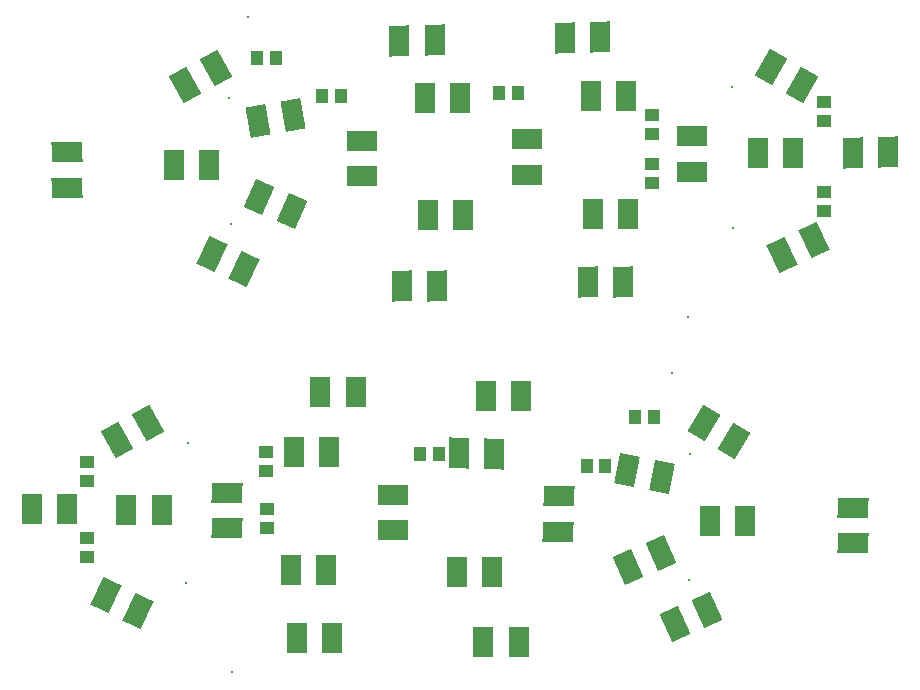
<source format=gts>
G04 Layer_Color=8388736*
%FSLAX44Y44*%
%MOMM*%
G71*
G01*
G75*
%ADD36R,1.7032X2.6032*%
G04:AMPARAMS|DCode=37|XSize=2.6032mm|YSize=1.7032mm|CornerRadius=0mm|HoleSize=0mm|Usage=FLASHONLY|Rotation=179.000|XOffset=0mm|YOffset=0mm|HoleType=Round|Shape=Rectangle|*
%AMROTATEDRECTD37*
4,1,4,1.3163,0.8288,1.2865,-0.8742,-1.3163,-0.8288,-1.2865,0.8742,1.3163,0.8288,0.0*
%
%ADD37ROTATEDRECTD37*%

%ADD38R,1.3032X1.1032*%
%ADD39R,2.6032X1.7032*%
%ADD40R,1.1032X1.3032*%
G04:AMPARAMS|DCode=41|XSize=2.6032mm|YSize=1.7032mm|CornerRadius=0mm|HoleSize=0mm|Usage=FLASHONLY|Rotation=119.000|XOffset=0mm|YOffset=0mm|HoleType=Round|Shape=Rectangle|*
%AMROTATEDRECTD41*
4,1,4,1.3759,-0.7255,-0.1138,-1.5513,-1.3759,0.7255,0.1138,1.5513,1.3759,-0.7255,0.0*
%
%ADD41ROTATEDRECTD41*%

G04:AMPARAMS|DCode=42|XSize=2.6032mm|YSize=1.7032mm|CornerRadius=0mm|HoleSize=0mm|Usage=FLASHONLY|Rotation=294.500|XOffset=0mm|YOffset=0mm|HoleType=Round|Shape=Rectangle|*
%AMROTATEDRECTD42*
4,1,4,-1.3147,0.8313,0.2352,1.5376,1.3147,-0.8313,-0.2352,-1.5376,-1.3147,0.8313,0.0*
%
%ADD42ROTATEDRECTD42*%

G04:AMPARAMS|DCode=43|XSize=2.6032mm|YSize=1.7032mm|CornerRadius=0mm|HoleSize=0mm|Usage=FLASHONLY|Rotation=89.500|XOffset=0mm|YOffset=0mm|HoleType=Round|Shape=Rectangle|*
%AMROTATEDRECTD43*
4,1,4,0.8402,-1.3090,-0.8629,-1.2941,-0.8402,1.3090,0.8629,1.2941,0.8402,-1.3090,0.0*
%
%ADD43ROTATEDRECTD43*%

G04:AMPARAMS|DCode=44|XSize=2.6032mm|YSize=1.7032mm|CornerRadius=0mm|HoleSize=0mm|Usage=FLASHONLY|Rotation=64.000|XOffset=0mm|YOffset=0mm|HoleType=Round|Shape=Rectangle|*
%AMROTATEDRECTD44*
4,1,4,0.1948,-1.5432,-1.3360,-0.7965,-0.1948,1.5432,1.3360,0.7965,0.1948,-1.5432,0.0*
%
%ADD44ROTATEDRECTD44*%

G04:AMPARAMS|DCode=45|XSize=2.6032mm|YSize=1.7032mm|CornerRadius=0mm|HoleSize=0mm|Usage=FLASHONLY|Rotation=59.000|XOffset=0mm|YOffset=0mm|HoleType=Round|Shape=Rectangle|*
%AMROTATEDRECTD45*
4,1,4,0.0596,-1.5543,-1.4003,-0.6771,-0.0596,1.5543,1.4003,0.6771,0.0596,-1.5543,0.0*
%
%ADD45ROTATEDRECTD45*%

G04:AMPARAMS|DCode=46|XSize=2.6032mm|YSize=1.7032mm|CornerRadius=0mm|HoleSize=0mm|Usage=FLASHONLY|Rotation=89.000|XOffset=0mm|YOffset=0mm|HoleType=Round|Shape=Rectangle|*
%AMROTATEDRECTD46*
4,1,4,0.8288,-1.3163,-0.8742,-1.2865,-0.8288,1.3163,0.8742,1.2865,0.8288,-1.3163,0.0*
%
%ADD46ROTATEDRECTD46*%

G04:AMPARAMS|DCode=47|XSize=2.6032mm|YSize=1.7032mm|CornerRadius=0mm|HoleSize=0mm|Usage=FLASHONLY|Rotation=79.000|XOffset=0mm|YOffset=0mm|HoleType=Round|Shape=Rectangle|*
%AMROTATEDRECTD47*
4,1,4,0.5876,-1.4402,-1.0843,-1.1152,-0.5876,1.4402,1.0843,1.1152,0.5876,-1.4402,0.0*
%
%ADD47ROTATEDRECTD47*%

G04:AMPARAMS|DCode=48|XSize=2.6032mm|YSize=1.7032mm|CornerRadius=0mm|HoleSize=0mm|Usage=FLASHONLY|Rotation=294.000|XOffset=0mm|YOffset=0mm|HoleType=Round|Shape=Rectangle|*
%AMROTATEDRECTD48*
4,1,4,-1.3074,0.8427,0.2486,1.5354,1.3074,-0.8427,-0.2486,-1.5354,-1.3074,0.8427,0.0*
%
%ADD48ROTATEDRECTD48*%

G04:AMPARAMS|DCode=49|XSize=2.6032mm|YSize=1.7032mm|CornerRadius=0mm|HoleSize=0mm|Usage=FLASHONLY|Rotation=280.000|XOffset=0mm|YOffset=0mm|HoleType=Round|Shape=Rectangle|*
%AMROTATEDRECTD49*
4,1,4,-1.0647,1.1340,0.6126,1.4297,1.0647,-1.1340,-0.6126,-1.4297,-1.0647,1.1340,0.0*
%
%ADD49ROTATEDRECTD49*%

G04:AMPARAMS|DCode=50|XSize=2.6032mm|YSize=1.7032mm|CornerRadius=0mm|HoleSize=0mm|Usage=FLASHONLY|Rotation=1.000|XOffset=0mm|YOffset=0mm|HoleType=Round|Shape=Rectangle|*
%AMROTATEDRECTD50*
4,1,4,-1.2865,-0.8742,-1.3163,0.8288,1.2865,0.8742,1.3163,-0.8288,-1.2865,-0.8742,0.0*
%
%ADD50ROTATEDRECTD50*%

G04:AMPARAMS|DCode=51|XSize=2.6032mm|YSize=1.7032mm|CornerRadius=0mm|HoleSize=0mm|Usage=FLASHONLY|Rotation=271.000|XOffset=0mm|YOffset=0mm|HoleType=Round|Shape=Rectangle|*
%AMROTATEDRECTD51*
4,1,4,-0.8742,1.2865,0.8288,1.3163,0.8742,-1.2865,-0.8288,-1.3163,-0.8742,1.2865,0.0*
%
%ADD51ROTATEDRECTD51*%

G04:AMPARAMS|DCode=52|XSize=2.6032mm|YSize=1.7032mm|CornerRadius=0mm|HoleSize=0mm|Usage=FLASHONLY|Rotation=295.500|XOffset=0mm|YOffset=0mm|HoleType=Round|Shape=Rectangle|*
%AMROTATEDRECTD52*
4,1,4,-1.3290,0.8082,0.2083,1.5414,1.3290,-0.8082,-0.2083,-1.5414,-1.3290,0.8082,0.0*
%
%ADD52ROTATEDRECTD52*%

G04:AMPARAMS|DCode=53|XSize=2.6032mm|YSize=1.7032mm|CornerRadius=0mm|HoleSize=0mm|Usage=FLASHONLY|Rotation=240.000|XOffset=0mm|YOffset=0mm|HoleType=Round|Shape=Rectangle|*
%AMROTATEDRECTD53*
4,1,4,-0.0867,1.5530,1.3883,0.7014,0.0867,-1.5530,-1.3883,-0.7014,-0.0867,1.5530,0.0*
%
%ADD53ROTATEDRECTD53*%

G04:AMPARAMS|DCode=54|XSize=2.6032mm|YSize=1.7032mm|CornerRadius=0mm|HoleSize=0mm|Usage=FLASHONLY|Rotation=66.000|XOffset=0mm|YOffset=0mm|HoleType=Round|Shape=Rectangle|*
%AMROTATEDRECTD54*
4,1,4,0.2486,-1.5354,-1.3074,-0.8427,-0.2486,1.5354,1.3074,0.8427,0.2486,-1.5354,0.0*
%
%ADD54ROTATEDRECTD54*%

%ADD55C,0.2032*%
D36*
X454836Y49612D02*
D03*
X424836Y49613D02*
D03*
X294586Y210362D02*
D03*
X264586Y210362D02*
D03*
X316836Y260862D02*
D03*
X286836D02*
D03*
X122836Y161612D02*
D03*
X152836Y161612D02*
D03*
X42836Y162362D02*
D03*
X72836Y162362D02*
D03*
X296836Y53112D02*
D03*
X266836D02*
D03*
X262086Y110862D02*
D03*
X292086Y110862D02*
D03*
X402336Y109112D02*
D03*
X432336Y109112D02*
D03*
X616586Y151862D02*
D03*
X646586D02*
D03*
X516008Y512074D02*
D03*
X546008Y512073D02*
D03*
X547758Y411573D02*
D03*
X517758Y411574D02*
D03*
X375508Y510574D02*
D03*
X405508Y510574D02*
D03*
X407758Y411073D02*
D03*
X377758Y411074D02*
D03*
X162758Y453324D02*
D03*
X192759Y453324D02*
D03*
X687508Y463324D02*
D03*
X657508Y463324D02*
D03*
D37*
X208348Y176110D02*
D03*
X207825Y146115D02*
D03*
X737824Y133364D02*
D03*
X738348Y163360D02*
D03*
X488313Y143117D02*
D03*
X488836Y173112D02*
D03*
D38*
X241586Y162362D02*
D03*
Y146362D02*
D03*
X240837Y194362D02*
D03*
X240836Y210362D02*
D03*
X89336Y185612D02*
D03*
Y201612D02*
D03*
Y137862D02*
D03*
Y121862D02*
D03*
X568008Y454574D02*
D03*
Y438574D02*
D03*
Y479824D02*
D03*
Y495824D02*
D03*
X713259Y491074D02*
D03*
Y507074D02*
D03*
X713509Y430824D02*
D03*
Y414824D02*
D03*
D39*
X348336Y144362D02*
D03*
X348336Y174362D02*
D03*
X461758Y445323D02*
D03*
Y475324D02*
D03*
X322008Y444073D02*
D03*
X322009Y474074D02*
D03*
X602009Y477823D02*
D03*
X602009Y447824D02*
D03*
D40*
X371336Y209112D02*
D03*
X387336D02*
D03*
X512336Y198862D02*
D03*
X528336D02*
D03*
X553336Y240362D02*
D03*
X569336D02*
D03*
X454508Y514074D02*
D03*
X438508D02*
D03*
X304508Y511824D02*
D03*
X288508D02*
D03*
X249758Y544324D02*
D03*
X233759D02*
D03*
D41*
X140956Y235385D02*
D03*
X114717Y220840D02*
D03*
X172639Y521051D02*
D03*
X198878Y535596D02*
D03*
D42*
X587187Y64392D02*
D03*
X614486Y76833D02*
D03*
D43*
X456836Y257731D02*
D03*
X426837Y257993D02*
D03*
D44*
X132568Y76036D02*
D03*
X105604Y89188D02*
D03*
X222240Y364998D02*
D03*
X195277Y378149D02*
D03*
D45*
X637444Y219387D02*
D03*
X611729Y234838D02*
D03*
D46*
X434334Y209100D02*
D03*
X404339Y209624D02*
D03*
D47*
X576061Y189250D02*
D03*
X546612Y194974D02*
D03*
D48*
X547633Y112761D02*
D03*
X575040Y124963D02*
D03*
D49*
X234236Y490469D02*
D03*
X263781Y495678D02*
D03*
D50*
X72770Y434326D02*
D03*
X72247Y464321D02*
D03*
D51*
X353758Y558824D02*
D03*
X383754Y559348D02*
D03*
X513511Y354062D02*
D03*
X543506Y354585D02*
D03*
X355761Y350562D02*
D03*
X385756Y351085D02*
D03*
X493761Y561311D02*
D03*
X523756Y561836D02*
D03*
X767756Y464086D02*
D03*
X737761Y463562D02*
D03*
D52*
X677720Y377366D02*
D03*
X704797Y390281D02*
D03*
D53*
X668518Y536573D02*
D03*
X694499Y521574D02*
D03*
D54*
X262712Y414472D02*
D03*
X235305Y426675D02*
D03*
D55*
X211836Y23862D02*
D03*
X584336Y277362D02*
D03*
X174836Y218112D02*
D03*
X173586Y99112D02*
D03*
X600086Y209112D02*
D03*
X599086Y102112D02*
D03*
X225758Y578324D02*
D03*
X598259Y324823D02*
D03*
X210009Y510074D02*
D03*
X211008Y403074D02*
D03*
X636508Y400323D02*
D03*
X635508Y519324D02*
D03*
M02*

</source>
